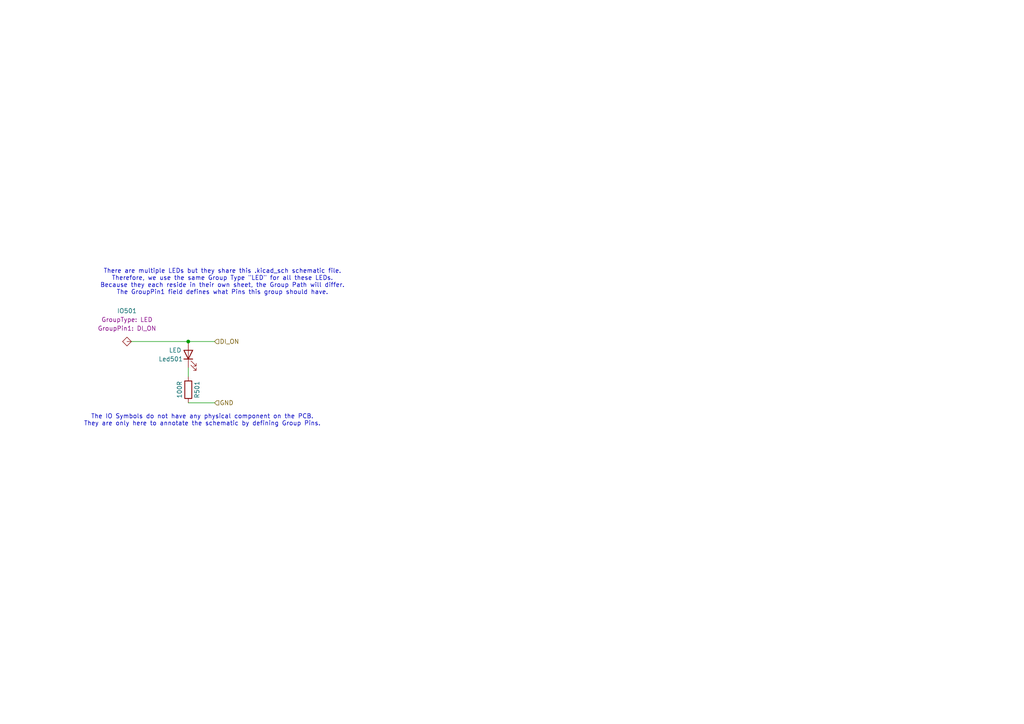
<source format=kicad_sch>
(kicad_sch (version 20250114) (generator "eeschema") (generator_version "9.0")
  (paper "A4")
  (lib_symbols
    (symbol "DLR_Snippet_References:Group_IO" (pin_numbers (hide yes)) (pin_names (offset 1.016) (hide yes)) (in_bom no) (on_board no)
      (property "Reference" "IO" (at 0 -2.54 0))
      (property "GroupType" "TODO" (at 5.08 1.27 0))
      (property "GroupPin1" "TODO" (at 5.08 -1.27 0))
      (symbol "Group_IO_0_1"
        (polyline (pts (xy -1.27 0) (xy 0 1.27)))
        (polyline (pts (xy 0 1.27) (xy 1.27 0)))
        (polyline (pts (xy 0 -1.27) (xy -1.27 0)))
        (polyline (pts (xy 1.27 0) (xy 0 -1.27)))
      )
      (symbol "Group_IO_1_1"
        (pin passive line (at 0 1.27 270) (length 1.27) (name "~") (number "1"))
      )
    )
    (symbol "Device:LED" (pin_numbers (hide yes)) (pin_names (offset 1.016) (hide yes))
      (property "Reference" "D" (at 0 2.54 0))
      (property "Value" "LED" (at 0 -2.54 0))
      (symbol "LED_0_1"
        (polyline (pts (xy -3.048 -0.762) (xy -4.572 -2.286) (xy -3.81 -2.286) (xy -4.572 -2.286) (xy -4.572 -1.524)))
        (polyline (pts (xy -1.778 -0.762) (xy -3.302 -2.286) (xy -2.54 -2.286) (xy -3.302 -2.286) (xy -3.302 -1.524)))
        (polyline (pts (xy -1.27 0) (xy 1.27 0)))
        (polyline (pts (xy -1.27 -1.27) (xy -1.27 1.27)) (stroke (width 0.254)))
        (polyline (pts (xy 1.27 -1.27) (xy 1.27 1.27) (xy -1.27 0) (xy 1.27 -1.27)) (stroke (width 0.254)))
      )
      (symbol "LED_1_1"
        (pin passive line (at -3.81 0 0) (length 2.54) (name "K") (number "1"))
        (pin passive line (at 3.81 0 180) (length 2.54) (name "A") (number "2"))
      )
    )
    (symbol "Device:R" (pin_numbers (hide yes)) (pin_names (offset 0))
      (property "Reference" "R" (at 2.032 0 90))
      (property "Value" "R" (at 0 0 90))
      (symbol "R_0_1"
        (rectangle (start -1.016 -2.54) (end 1.016 2.54) (stroke (width 0.254)))
      )
      (symbol "R_1_1"
        (pin passive line (at 0 3.81 270) (length 1.27) (name "~") (number "1"))
        (pin passive line (at 0 -3.81 90) (length 1.27) (name "~") (number "2"))
      )
    )
  )
  (text "There are multiple LEDs but they share this .kicad_sch schematic file.\nTherefore, we use the same Group Type \"LED\" for all these LEDs.\nBecause they each reside in their own sheet, the Group Path will differ.\nThe GroupPin1 field defines what Pins this group should have." (at 64.516 81.788 0) (effects (font (size 1.27 1.27))))
  (text "The IO Symbols do not have any physical component on the PCB.\nThey are only here to annotate the schematic by defining Group Pins." (at 58.674 121.92 0) (effects (font (size 1.27 1.27))))
  (junction (at 54.61 99.06))
  (wire (pts (xy 54.61 99.06) (xy 62.23 99.06)))
  (wire (pts (xy 38.1 99.06) (xy 54.61 99.06)))
  (wire (pts (xy 54.61 106.68) (xy 54.61 109.22)))
  (wire (pts (xy 54.61 116.84) (xy 62.23 116.84)))
  (hierarchical_label "GND" (shape input) (at 62.23 116.84 0))
  (hierarchical_label "DI_ON" (shape input) (at 62.23 99.06 0))
  (symbol (lib_id "DLR_Snippet_References:Group_IO") (at 36.83 99.06 270) (unit 1) (in_bom no) (on_board no)
    (property "Reference" "IO201" (at 36.83 90.17 90))
    (property "Value" "Group_IO" (effects (hide yes)))
    (property "Footprint" "Module_Reference_Frames:Input_Output_Footprint" (effects (hide yes)))
    (property "Description" "Replace GroupType with the type of snippet this pin belongs to. Replace GroupPin1 with the name of this pin for this snippet. Add fields with the GroupField prefix to define key-value pairs for this nippet" (effects (hide yes)))
    (property "GroupType" "LED" (at 36.83 92.71 90) (show_name yes))
    (property "GroupPin1" "DI_ON" (at 36.83 95.25 90) (show_name yes))
    (instances (project "example" (path "" (reference "IO501") (unit 1)) (path "" (reference "IO201") (unit 1)) (path "" (reference "IO301") (unit 1)) (path "" (reference "IO601") (unit 1)) (path "" (reference "IO401") (unit 1))))
  )
  (symbol (lib_id "Device:R") (at 54.61 113.03 180) (unit 1)
    (property "Reference" "R201" (at 57.15 113.03 90))
    (property "Value" "100R" (at 52.07 113.03 90))
    (property "Footprint" "Resistor_SMD:R_0603_1608Metric_Pad0.98x0.95mm_HandSolder" (effects (hide yes)))
    (property "Description" "Resistor" (effects (hide yes)))
    (instances (project "example" (path "" (reference "R501") (unit 1)) (path "" (reference "R201") (unit 1)) (path "" (reference "R301") (unit 1)) (path "" (reference "R601") (unit 1)) (path "" (reference "R401") (unit 1))))
  )
  (symbol (lib_id "Device:LED") (at 54.61 102.87 90) (unit 1)
    (property "Reference" "Led201" (at 49.53 104.14 90))
    (property "Value" "LED" (at 50.8 101.6 90))
    (property "Footprint" "LED_THT:LED_D3.0mm" (effects (hide yes)))
    (property "Description" "Light emitting diode" (effects (hide yes)))
    (instances (project "example" (path "" (reference "Led501") (unit 1)) (path "" (reference "Led201") (unit 1)) (path "" (reference "Led301") (unit 1)) (path "" (reference "Led601") (unit 1)) (path "" (reference "Led401") (unit 1))))
  )
)
</source>
